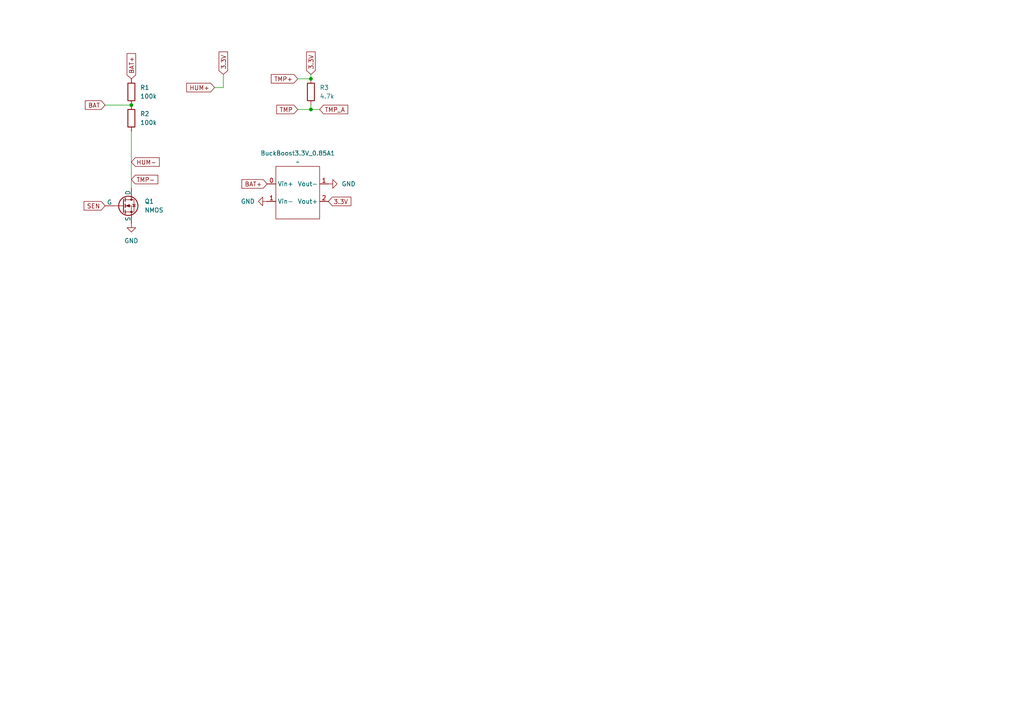
<source format=kicad_sch>
(kicad_sch (version 20231120) (generator "eeschema") (generator_version "8.0")
  (paper "A4")
  (lib_symbols
    (symbol "Device:R" (pin_numbers hide) (pin_names (offset 0))
      (property "Reference" "R" (at 2.032 0 90))
      (property "Value" "R" (at 0 0 90))
      (symbol "R_0_1"
        (rectangle (start -1.016 -2.54) (end 1.016 2.54) (stroke (width 0.254)))
      )
      (symbol "R_1_1"
        (pin passive line (at 0 3.81 270) (length 1.27) (name "~") (number "1"))
        (pin passive line (at 0 -3.81 90) (length 1.27) (name "~") (number "2"))
      )
    )
    (symbol "Simulation_SPICE:NMOS" (pin_numbers hide) (pin_names (offset 0))
      (property "Reference" "Q" (at 5.08 1.27 0))
      (property "Value" "NMOS" (at 5.08 -1.27 0))
      (symbol "NMOS_0_1"
        (polyline (pts (xy 0.254 0) (xy -2.54 0)))
        (polyline (pts (xy 0.254 1.905) (xy 0.254 -1.905)) (stroke (width 0.254)))
        (polyline (pts (xy 0.762 -1.27) (xy 0.762 -2.286)) (stroke (width 0.254)))
        (polyline (pts (xy 0.762 0.508) (xy 0.762 -0.508)) (stroke (width 0.254)))
        (polyline (pts (xy 0.762 2.286) (xy 0.762 1.27)) (stroke (width 0.254)))
        (polyline (pts (xy 2.54 2.54) (xy 2.54 1.778)))
        (polyline (pts (xy 2.54 -2.54) (xy 2.54 0) (xy 0.762 0)))
        (polyline (pts (xy 0.762 -1.778) (xy 3.302 -1.778) (xy 3.302 1.778) (xy 0.762 1.778)))
        (polyline (pts (xy 1.016 0) (xy 2.032 0.381) (xy 2.032 -0.381) (xy 1.016 0)) (fill (type outline)))
        (polyline (pts (xy 2.794 0.508) (xy 2.921 0.381) (xy 3.683 0.381) (xy 3.81 0.254)))
        (polyline (pts (xy 3.302 0.381) (xy 2.921 -0.254) (xy 3.683 -0.254) (xy 3.302 0.381)))
        (circle (center 1.651 0) (radius 2.794) (stroke (width 0.254)))
        (circle (center 2.54 -1.778) (radius 0.254) (fill (type outline)))
        (circle (center 2.54 1.778) (radius 0.254) (fill (type outline)))
      )
      (symbol "NMOS_1_1"
        (pin passive line (at 2.54 5.08 270) (length 2.54) (name "D") (number "1"))
        (pin input line (at -5.08 0 0) (length 2.54) (name "G") (number "2"))
        (pin passive line (at 2.54 -5.08 90) (length 2.54) (name "S") (number "3"))
      )
    )
    (symbol "custom:BuckBoost3.3V_0.85A"
      (property "Reference" "BuckBoost3.3V_0.85A" (at 0 0 0))
      (symbol "BuckBoost3.3V_0.85A_0_1"
        (rectangle (start -6.35 7.62) (end 6.35 -7.62))
      )
      (symbol "BuckBoost3.3V_0.85A_1_1"
        (pin input line (at -8.89 2.54 0) (length 2.54) (name "Vin+") (number "0"))
        (pin bidirectional line (at -8.89 -2.54 0) (length 2.54) (name "Vin-") (number "1"))
        (pin bidirectional line (at 8.89 2.54 180) (length 2.54) (name "Vout-") (number "1"))
        (pin output line (at 8.89 -2.54 180) (length 2.54) (name "Vout+") (number "2"))
      )
    )
    (symbol "power:GND" (power) (pin_numbers hide) (pin_names (offset 0) hide)
      (property "Value" "GND" (at 0 -3.81 0))
      (symbol "GND_0_1"
        (polyline (pts (xy 0 0) (xy 0 -1.27) (xy 1.27 -1.27) (xy 0 -2.54) (xy -1.27 -1.27) (xy 0 -1.27)))
      )
      (symbol "GND_1_1"
        (pin power_in line (at 0 0 270) (length 0) (name "~") (number "1"))
      )
    )
  )
  (junction (at 90.17 31.75))
  (junction (at 38.1 30.48))
  (junction (at 90.17 22.86))
  (wire (pts (xy 38.1 54.61) (xy 38.1 38.1)))
  (wire (pts (xy 30.48 30.48) (xy 38.1 30.48)))
  (wire (pts (xy 92.71 31.75) (xy 90.17 31.75)))
  (wire (pts (xy 86.36 31.75) (xy 90.17 31.75)))
  (wire (pts (xy 90.17 21.59) (xy 90.17 22.86)))
  (wire (pts (xy 86.36 22.86) (xy 90.17 22.86)))
  (wire (pts (xy 90.17 31.75) (xy 90.17 30.48)))
  (wire (pts (xy 64.77 21.59) (xy 64.77 25.4)))
  (wire (pts (xy 64.77 25.4) (xy 62.23 25.4)))
  (global_label "BAT" (shape input) (at 30.48 30.48 180) (property "Intersheetrefs" "${INTERSHEET_REFS}" (effects (hide yes))))
  (global_label "BAT+" (shape input) (at 77.47 53.34 180) (property "Intersheetrefs" "${INTERSHEET_REFS}" (effects (hide yes))))
  (global_label "3.3V" (shape input) (at 64.77 21.59 90) (property "Intersheetrefs" "${INTERSHEET_REFS}" (effects (hide yes))))
  (global_label "3.3V" (shape input) (at 90.17 21.59 90) (property "Intersheetrefs" "${INTERSHEET_REFS}" (effects (hide yes))))
  (global_label "TMP_A" (shape input) (at 92.71 31.75 0) (property "Intersheetrefs" "${INTERSHEET_REFS}" (effects (hide yes))))
  (global_label "TMP" (shape input) (at 86.36 31.75 180) (property "Intersheetrefs" "${INTERSHEET_REFS}" (effects (hide yes))))
  (global_label "HUM-" (shape input) (at 38.1 46.99 0) (property "Intersheetrefs" "${INTERSHEET_REFS}" (effects (hide yes))))
  (global_label "BAT+" (shape input) (at 38.1 22.86 90) (property "Intersheetrefs" "${INTERSHEET_REFS}" (effects (hide yes))))
  (global_label "TMP+" (shape input) (at 86.36 22.86 180) (property "Intersheetrefs" "${INTERSHEET_REFS}" (effects (hide yes))))
  (global_label "HUM+" (shape input) (at 62.23 25.4 180) (property "Intersheetrefs" "${INTERSHEET_REFS}" (effects (hide yes))))
  (global_label "SEN" (shape input) (at 30.48 59.69 180) (property "Intersheetrefs" "${INTERSHEET_REFS}" (effects (hide yes))))
  (global_label "3.3V" (shape input) (at 95.25 58.42 0) (property "Intersheetrefs" "${INTERSHEET_REFS}" (effects (hide yes))))
  (global_label "TMP-" (shape input) (at 38.1 52.07 0) (property "Intersheetrefs" "${INTERSHEET_REFS}" (effects (hide yes))))
  (symbol (lib_id "custom:BuckBoost3.3V_0.85A") (at 86.36 55.88 0) (unit 1)
    (property "Reference" "BuckBoost3.3V_0.85A1" (at 86.36 44.45 0))
    (property "Value" "~" (at 86.36 46.99 0))
    (property "Footprint" "custom:BuckBoost3.3V_0.85A" (effects (hide yes)))
  )
  (symbol (lib_id "Simulation_SPICE:NMOS") (at 35.56 59.69 0) (unit 1)
    (property "Reference" "Q1" (at 41.91 58.4199 0) (effects (justify left)))
    (property "Value" "NMOS" (at 41.91 60.9599 0) (effects (justify left)))
    (property "Footprint" "Package_TO_SOT_SMD:SOT-23-3" (effects (hide yes)))
    (property "Datasheet" "https://ngspice.sourceforge.io/docs/ngspice-html-manual/manual.xhtml#cha_MOSFETs" (effects (hide yes)))
    (property "Description" "N-MOSFET transistor, drain/source/gate" (effects (hide yes)))
    (property "Sim.Device" "NMOS" (effects (hide yes)))
    (property "Sim.Type" "VDMOS" (effects (hide yes)))
    (property "Sim.Pins" "1=D 2=G 3=S" (effects (hide yes)))
  )
  (symbol (lib_id "power:GND") (at 95.25 53.34 90) (unit 1)
    (property "Reference" "#PWR05" (effects (hide yes)))
    (property "Value" "GND" (at 99.06 53.3399 90) (effects (justify right)))
    (property "Description" "Power symbol creates a global label with name \"GND\" , ground" (effects (hide yes)))
  )
  (symbol (lib_id "Device:R") (at 38.1 34.29 0) (unit 1)
    (property "Reference" "R2" (at 40.64 33.0199 0) (effects (justify left)))
    (property "Value" "100k" (at 40.64 35.5599 0) (effects (justify left)))
    (property "Footprint" "Resistor_THT:R_Axial_DIN0207_L6.3mm_D2.5mm_P10.16mm_Horizontal" (effects (hide yes)))
    (property "Description" "Resistor" (effects (hide yes)))
  )
  (symbol (lib_id "power:GND") (at 77.47 58.42 270) (unit 1)
    (property "Reference" "#PWR04" (effects (hide yes)))
    (property "Value" "GND" (at 71.882 58.42 90))
    (property "Description" "Power symbol creates a global label with name \"GND\" , ground" (effects (hide yes)))
  )
  (symbol (lib_id "Device:R") (at 90.17 26.67 0) (unit 1)
    (property "Reference" "R3" (at 92.71 25.3999 0) (effects (justify left)))
    (property "Value" "4.7k" (at 92.71 27.9399 0) (effects (justify left)))
    (property "Footprint" "Resistor_THT:R_Axial_DIN0207_L6.3mm_D2.5mm_P10.16mm_Horizontal" (effects (hide yes)))
    (property "Description" "Resistor" (effects (hide yes)))
  )
  (symbol (lib_id "Device:R") (at 38.1 26.67 0) (unit 1)
    (property "Reference" "R1" (at 40.64 25.3999 0) (effects (justify left)))
    (property "Value" "100k" (at 40.64 27.9399 0) (effects (justify left)))
    (property "Footprint" "Resistor_THT:R_Axial_DIN0207_L6.3mm_D2.5mm_P10.16mm_Horizontal" (effects (hide yes)))
    (property "Description" "Resistor" (effects (hide yes)))
  )
  (symbol (lib_id "power:GND") (at 38.1 64.77 0) (unit 1)
    (property "Reference" "#PWR01" (effects (hide yes)))
    (property "Value" "GND" (at 38.1 69.85 0))
    (property "Description" "Power symbol creates a global label with name \"GND\" , ground" (effects (hide yes)))
  )
)
</source>
